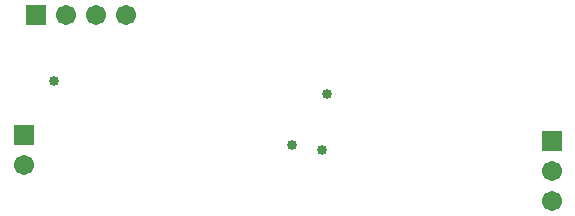
<source format=gbs>
G04*
G04 #@! TF.GenerationSoftware,Altium Limited,Altium Designer,21.6.4 (81)*
G04*
G04 Layer_Color=16711935*
%FSLAX25Y25*%
%MOIN*%
G70*
G04*
G04 #@! TF.SameCoordinates,13C5D553-5763-431C-9762-CD72675E1F57*
G04*
G04*
G04 #@! TF.FilePolarity,Negative*
G04*
G01*
G75*
%ADD28R,0.06706X0.06706*%
%ADD29C,0.06706*%
%ADD30R,0.06706X0.06706*%
%ADD31C,0.03359*%
D28*
X254000Y370000D02*
D03*
D29*
X264000D02*
D03*
X274000D02*
D03*
X284000D02*
D03*
X250000Y320000D02*
D03*
X426000Y318000D02*
D03*
Y308000D02*
D03*
D30*
X250000Y330000D02*
D03*
X426000Y328000D02*
D03*
D31*
X349500Y325049D02*
D03*
X339500Y326500D02*
D03*
X351000Y343500D02*
D03*
X260000Y348000D02*
D03*
M02*

</source>
